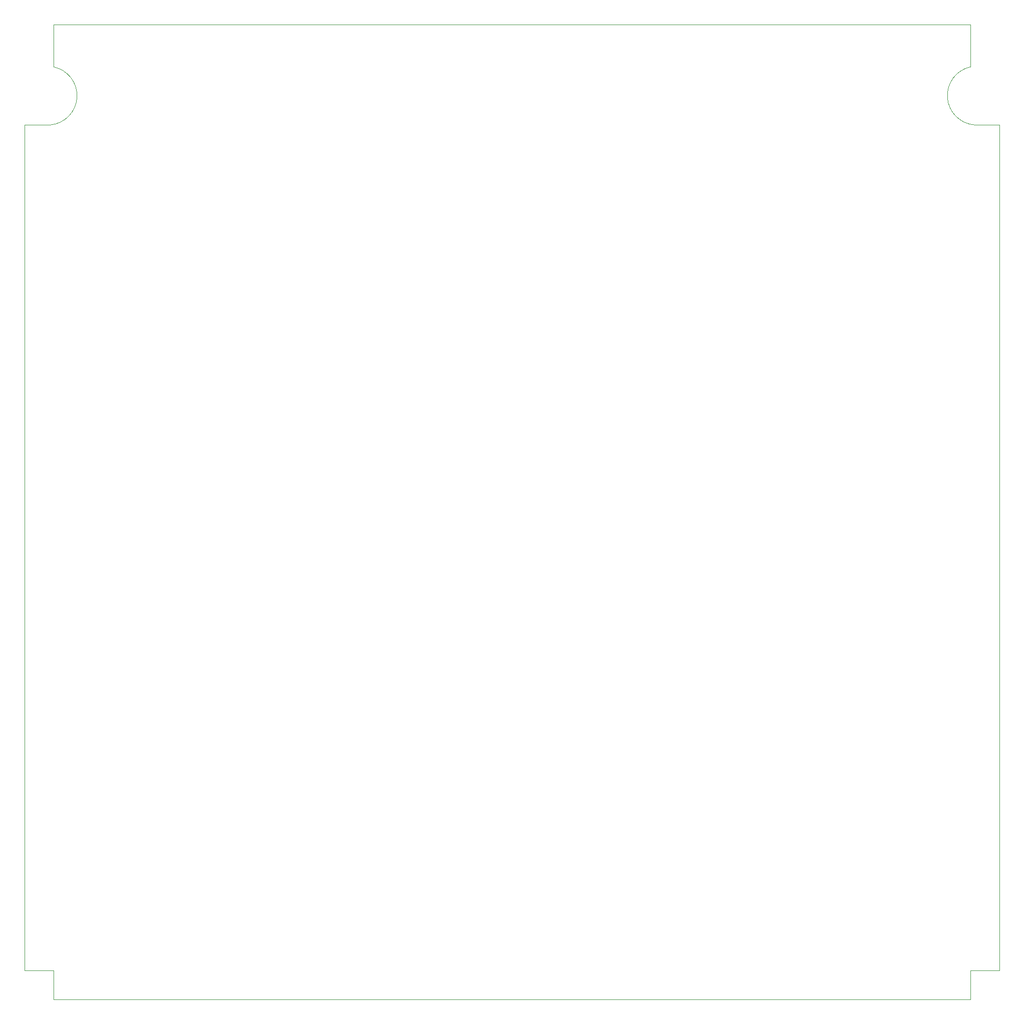
<source format=gbr>
%TF.GenerationSoftware,KiCad,Pcbnew,5.99.0-unknown-6296b4e~102~ubuntu18.04.1*%
%TF.CreationDate,2020-07-17T11:30:15-05:00*%
%TF.ProjectId,FlatAnt4x4,466c6174-416e-4743-9478-342e6b696361,rev?*%
%TF.SameCoordinates,Original*%
%TF.FileFunction,Profile,NP*%
%FSLAX46Y46*%
G04 Gerber Fmt 4.6, Leading zero omitted, Abs format (unit mm)*
G04 Created by KiCad (PCBNEW 5.99.0-unknown-6296b4e~102~ubuntu18.04.1) date 2020-07-17 11:30:15*
%MOMM*%
%LPD*%
G01*
G04 APERTURE LIST*
%TA.AperFunction,Profile*%
%ADD10C,0.050000*%
%TD*%
G04 APERTURE END LIST*
D10*
X5000000Y-163000000D02*
X5000000Y-168000000D01*
X0Y-163000000D02*
X5000000Y-163000000D01*
X163000000Y-163000000D02*
X168000000Y-163000000D01*
X163000000Y-168000000D02*
X163000000Y-163000000D01*
X163699822Y-17302353D02*
G75*
G02*
X163000000Y-7300000I381539J5052353D01*
G01*
X163700000Y-17300000D02*
X168000000Y-17300000D01*
X163000000Y0D02*
X163000000Y-7300000D01*
X0Y-17300000D02*
X4500000Y-17300000D01*
X5000000Y0D02*
X5000000Y-7300000D01*
X4997941Y-7310142D02*
G75*
G02*
X4500000Y-17300000I-1006642J-4957163D01*
G01*
X0Y-163000000D02*
X0Y-17300000D01*
X163000000Y-168000000D02*
X5000000Y-168000000D01*
X168000000Y-17300000D02*
X168000000Y-163000000D01*
X5000000Y0D02*
X163000000Y0D01*
M02*

</source>
